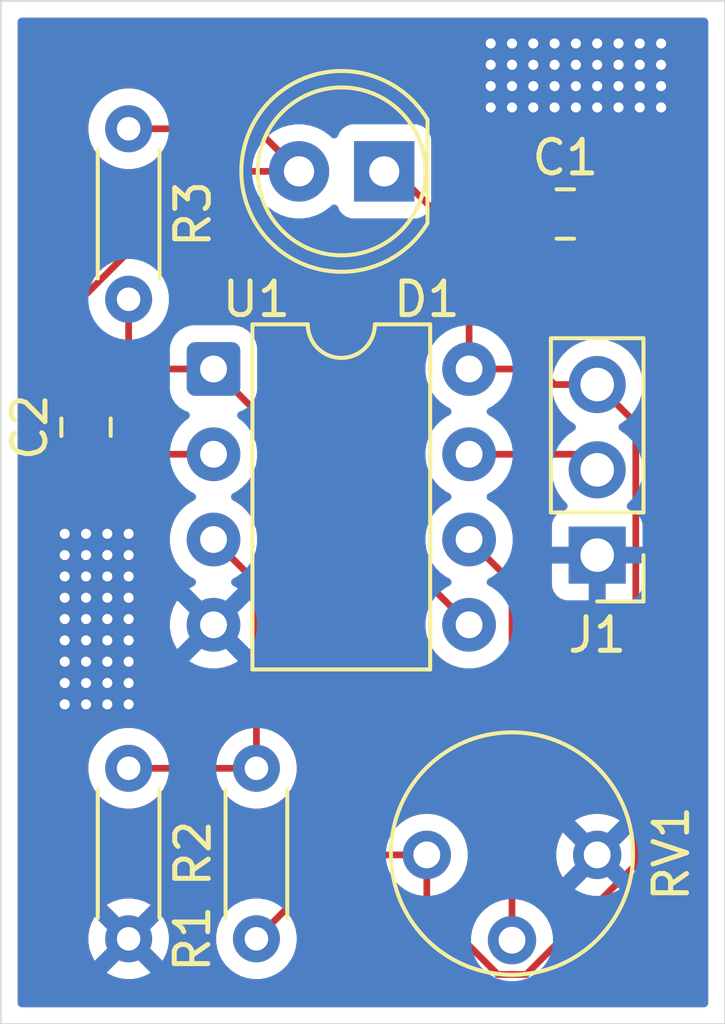
<source format=kicad_pcb>
(kicad_pcb (version 20241229) (generator "pcbnew") (generator_version "9.0")
  (layers (0 "F.Cu" signal) (2 "B.Cu" signal) (13 "F.Paste" user) (15 "B.Paste" user) (5 "F.SilkS" user "F.Silkscreen") (7 "B.SilkS" user "B.Silkscreen") (1 "F.Mask" user) (3 "B.Mask" user) (25 "Edge.Cuts" user))
  (net 0 "")
  (net 1 "+3.3V")
  (net 2 "GND")
  (net 3 "Net-(U1B-+)")
  (net 4 "Net-(D1-A)")
  (net 5 "/Vout")
  (net 6 "Net-(U1A-+)")
  (net 7 "Net-(U1B--)")
  (footprint "Connector_PinHeader_2.54mm:PinHeader_1x03_P2.54mm_Vertical" (layer "F.Cu") (at 146.05 91.44 180)
    (property "Reference" "J1" (at 0 -2.38 0) (layer "F.SilkS"))
    (property "Value" "Conn_01x03")
    (fp_line (start 1.38 1.27) (end 1.38 6.46) (stroke (width 0.12)) (layer "F.SilkS"))
    (fp_line (start -1.38 6.46) (end 1.38 6.46) (stroke (width 0.12)) (layer "F.SilkS"))
    (fp_line (start -1.38 1.27) (end 1.38 1.27) (stroke (width 0.12)) (layer "F.SilkS"))
    (fp_line (start -1.38 1.27) (end -1.38 6.46) (stroke (width 0.12)) (layer "F.SilkS"))
    (fp_line (start -1.38 0) (end -1.38 -1.38) (stroke (width 0.12)) (layer "F.SilkS"))
    (fp_line (start -1.38 -1.38) (end 0 -1.38) (stroke (width 0.12)) (layer "F.SilkS"))
    (pad "1" thru_hole rect (at 0 0 180) (size 1.7 1.7) (drill 1) (layers "*.Cu" "*.Mask") (net 2 "GND"))
    (pad "2" thru_hole circle (at 0 2.54 180) (size 1.7 1.7) (drill 1) (layers "*.Cu" "*.Mask") (net 5 "/Vout"))
    (pad "3" thru_hole circle (at 0 5.08 180) (size 1.7 1.7) (drill 1) (layers "*.Cu" "*.Mask") (net 1 "+3.3V"))
  )
  (footprint "Capacitor_SMD:C_0805_2012Metric" (layer "F.Cu") (at 145.1 81.28)
    (property "Reference" "C1" (at 0 -1.68 0) (layer "F.SilkS"))
    (property "Value" "1uF")
    (fp_line (start -0.261252 -0.735) (end 0.261252 -0.735) (stroke (width 0.12)) (layer "F.SilkS"))
    (fp_line (start -0.261252 0.735) (end 0.261252 0.735) (stroke (width 0.12)) (layer "F.SilkS"))
    (pad "1" smd roundrect (at -0.95 0) (size 1 1.45) (layers "F.Cu" "F.Mask" "F.Paste") (net 1 "+3.3V"))
    (pad "2" smd roundrect (at 0.95 0) (size 1 1.45) (layers "F.Cu" "F.Mask" "F.Paste") (net 2 "GND"))
  )
  (footprint "Resistor_THT:R_Axial_DIN0204_L3.6mm_D1.6mm_P5.08mm_Horizontal" (layer "F.Cu") (at 132.08 78.74 -90)
    (property "Reference" "R3" (at 2.54 -1.92 90) (layer "F.SilkS"))
    (property "Value" "5.1M")
    (fp_line (start 0.62 0.92) (end 4.46 0.92) (stroke (width 0.12)) (layer "F.SilkS"))
    (fp_line (start 0.62 -0.92) (end 4.46 -0.92) (stroke (width 0.12)) (layer "F.SilkS"))
    (pad "1" thru_hole circle (at 0 0 270) (size 1.4 1.4) (drill 0.7) (layers "*.Cu" "*.Mask") (net 4 "Net-(D1-A)"))
    (pad "2" thru_hole circle (at 5.08 0 270) (size 1.4 1.4) (drill 0.7) (layers "*.Cu" "*.Mask") (net 3 "Net-(U1B-+)"))
  )
  (footprint "Package_DIP:DIP-8_W7.62mm" (layer "F.Cu") (at 134.611 85.896)
    (property "Reference" "U1" (at 1.279 -2.076 0) (layer "F.SilkS"))
    (property "Value" "LMC6482")
    (fp_line (start 1.16 -1.33) (end 1.16 8.95) (stroke (width 0.12)) (layer "F.SilkS"))
    (fp_line (start 1.16 8.95) (end 6.46 8.95) (stroke (width 0.12)) (layer "F.SilkS"))
    (fp_line (start 2.81 -1.33) (end 1.16 -1.33) (stroke (width 0.12)) (layer "F.SilkS"))
    (fp_line (start 6.46 -1.33) (end 4.81 -1.33) (stroke (width 0.12)) (layer "F.SilkS"))
    (fp_line (start 6.46 8.95) (end 6.46 -1.33) (stroke (width 0.12)) (layer "F.SilkS"))
    (fp_arc (start 4.81 -1.33) (mid 3.81 -0.33) (end 2.81 -1.33) (stroke (width 0.12)) (layer "F.SilkS"))
    (pad "1" thru_hole roundrect (at 0 0) (size 1.6 1.6) (drill 0.8) (layers "*.Cu" "*.Mask") (roundrect_rratio 0.15625) (net 3 "Net-(U1B-+)"))
    (pad "2" thru_hole circle (at 0 2.54) (size 1.6 1.6) (drill 0.8) (layers "*.Cu" "*.Mask") (net 4 "Net-(D1-A)"))
    (pad "3" thru_hole circle (at 0 5.08) (size 1.6 1.6) (drill 0.8) (layers "*.Cu" "*.Mask") (net 6 "Net-(U1A-+)"))
    (pad "4" thru_hole circle (at 0 7.62) (size 1.6 1.6) (drill 0.8) (layers "*.Cu" "*.Mask") (net 2 "GND"))
    (pad "5" thru_hole circle (at 7.62 7.62) (size 1.6 1.6) (drill 0.8) (layers "*.Cu" "*.Mask") (net 3 "Net-(U1B-+)"))
    (pad "6" thru_hole circle (at 7.62 5.08) (size 1.6 1.6) (drill 0.8) (layers "*.Cu" "*.Mask") (net 7 "Net-(U1B--)"))
    (pad "7" thru_hole circle (at 7.62 2.54) (size 1.6 1.6) (drill 0.8) (layers "*.Cu" "*.Mask") (net 5 "/Vout"))
    (pad "8" thru_hole circle (at 7.62 0) (size 1.6 1.6) (drill 0.8) (layers "*.Cu" "*.Mask") (net 1 "+3.3V"))
  )
  (footprint "LED_THT:LED_D5.0mm" (layer "F.Cu") (at 139.7 80.01 180)
    (property "Reference" "D1" (at -1.27 -3.81 0) (layer "F.SilkS"))
    (property "Value" "LED")
    (fp_line (start -1.29 -1.545) (end -1.29 1.545) (stroke (width 0.12)) (layer "F.SilkS"))
    (fp_arc (start 4.26 0) (mid 2.071779 2.880495) (end -1.29 1.54483) (stroke (width 0.12)) (layer "F.SilkS"))
    (fp_arc (start -1.29 -1.54483) (mid 2.071779 -2.880495) (end 4.26 0) (stroke (width 0.12)) (layer "F.SilkS"))
    (fp_circle (center 1.27 0) (end 3.77 0) (stroke (width 0.12)) (fill no) (layer "F.SilkS"))
    (pad "1" thru_hole rect (at 0 0 180) (size 1.8 1.8) (drill 0.9) (layers "*.Cu" "*.Mask") (net 1 "+3.3V"))
    (pad "2" thru_hole circle (at 2.54 0 180) (size 1.8 1.8) (drill 0.9) (layers "*.Cu" "*.Mask") (net 4 "Net-(D1-A)"))
  )
  (footprint "Capacitor_SMD:C_0805_2012Metric" (layer "F.Cu") (at 130.81 87.63 90)
    (property "Reference" "C2" (at 0 -1.68 90) (layer "F.SilkS"))
    (property "Value" "100nF")
    (fp_line (start -0.261252 -0.735) (end 0.261252 -0.735) (stroke (width 0.12)) (layer "F.SilkS"))
    (fp_line (start -0.261252 0.735) (end 0.261252 0.735) (stroke (width 0.12)) (layer "F.SilkS"))
    (pad "1" smd roundrect (at -0.95 0 90) (size 1 1.45) (layers "F.Cu" "F.Mask" "F.Paste") (net 4 "Net-(D1-A)"))
    (pad "2" smd roundrect (at 0.95 0 90) (size 1 1.45) (layers "F.Cu" "F.Mask" "F.Paste") (net 3 "Net-(U1B-+)"))
  )
  (footprint "Potentiometer_THT:Potentiometer_Vishay_T7-YA_Single_Vertical" (layer "F.Cu") (at 140.97 100.37 -90)
    (property "Reference" "RV1" (at -0.04 -7.29 90) (layer "F.SilkS"))
    (property "Value" "R_Potentiometer")
    (fp_circle (center -0.04 -2.54) (end 3.57 -2.54) (stroke (width 0.12)) (fill no) (layer "F.SilkS"))
    (pad "1" thru_hole circle (at 0 0 270) (size 1.44 1.44) (drill 0.8) (layers "*.Cu" "*.Mask") (net 1 "+3.3V"))
    (pad "2" thru_hole circle (at 2.54 -2.54 270) (size 1.44 1.44) (drill 0.8) (layers "*.Cu" "*.Mask") (net 7 "Net-(U1B--)"))
    (pad "3" thru_hole circle (at 0 -5.08 270) (size 1.44 1.44) (drill 0.8) (layers "*.Cu" "*.Mask") (net 2 "GND"))
  )
  (footprint "Resistor_THT:R_Axial_DIN0204_L3.6mm_D1.6mm_P5.08mm_Horizontal" (layer "F.Cu") (at 132.08 97.79 -90)
    (property "Reference" "R2" (at 2.54 -1.92 90) (layer "F.SilkS"))
    (property "Value" "10K")
    (fp_line (start 0.62 0.92) (end 4.46 0.92) (stroke (width 0.12)) (layer "F.SilkS"))
    (fp_line (start 0.62 -0.92) (end 4.46 -0.92) (stroke (width 0.12)) (layer "F.SilkS"))
    (pad "1" thru_hole circle (at 0 0 270) (size 1.4 1.4) (drill 0.7) (layers "*.Cu" "*.Mask") (net 6 "Net-(U1A-+)"))
    (pad "2" thru_hole circle (at 5.08 0 270) (size 1.4 1.4) (drill 0.7) (layers "*.Cu" "*.Mask") (net 2 "GND"))
  )
  (footprint "Resistor_THT:R_Axial_DIN0204_L3.6mm_D1.6mm_P5.08mm_Horizontal" (layer "F.Cu") (at 135.89 102.87 90)
    (property "Reference" "R1" (at 0 -1.905 90) (layer "F.SilkS"))
    (property "Value" "10K")
    (fp_line (start 0.62 -0.92) (end 4.46 -0.92) (stroke (width 0.12)) (layer "F.SilkS"))
    (fp_line (start 0.62 0.92) (end 4.46 0.92) (stroke (width 0.12)) (layer "F.SilkS"))
    (pad "1" thru_hole circle (at 0 0 90) (size 1.4 1.4) (drill 0.7) (layers "*.Cu" "*.Mask") (net 1 "+3.3V"))
    (pad "2" thru_hole circle (at 5.08 0 90) (size 1.4 1.4) (drill 0.7) (layers "*.Cu" "*.Mask") (net 6 "Net-(U1A-+)"))
  )
  (gr_line (start 149.86 105.41) (end 128.27 105.41) (stroke (width 0.05)) (layer "Edge.Cuts"))
  (gr_line (start 128.27 74.93) (end 149.86 74.93) (stroke (width 0.05)) (layer "Edge.Cuts"))
  (gr_line (start 128.27 105.41) (end 128.27 74.93) (stroke (width 0.05)) (layer "Edge.Cuts"))
  (gr_line (start 149.86 74.93) (end 149.86 105.41) (stroke (width 0.05)) (layer "Edge.Cuts"))
  (segment (start 135.89 102.87) (end 138.39 100.37) (width 0.2) (layer "F.Cu") (net 1))
  (segment (start 140.97 101.813913) (end 143.087087 103.931) (width 0.2) (layer "F.Cu") (net 1))
  (segment (start 138.39 100.37) (end 140.97 100.37) (width 0.2) (layer "F.Cu") (net 1))
  (segment (start 146.05 86.36) (end 144.78 86.36) (width 0.2) (layer "F.Cu") (net 1))
  (segment (start 143.209 82.221) (end 142.231 82.221) (width 0.2) (layer "F.Cu") (net 1))
  (segment (start 144.78 86.36) (end 144.316 85.896) (width 0.2) (layer "F.Cu") (net 1))
  (segment (start 144.15 81.28) (end 143.209 82.221) (width 0.2) (layer "F.Cu") (net 1))
  (segment (start 144.316 85.896) (end 142.231 85.896) (width 0.2) (layer "F.Cu") (net 1))
  (segment (start 143.087087 103.931) (end 143.932913 103.931) (width 0.2) (layer "F.Cu") (net 1))
  (segment (start 139.7 80.01) (end 140.02 80.01) (width 0.2) (layer "F.Cu") (net 1))
  (segment (start 147.201 87.511) (end 146.05 86.36) (width 0.2) (layer "F.Cu") (net 1))
  (segment (start 143.932913 103.931) (end 147.201 100.662913) (width 0.2) (layer "F.Cu") (net 1))
  (segment (start 140.02 80.01) (end 142.231 82.221) (width 0.2) (layer "F.Cu") (net 1))
  (segment (start 140.97 100.37) (end 140.97 101.813913) (width 0.2) (layer "F.Cu") (net 1))
  (segment (start 147.201 100.662913) (end 147.201 87.511) (width 0.2) (layer "F.Cu") (net 1))
  (segment (start 142.231 85.896) (end 142.231 82.221) (width 0.2) (layer "F.Cu") (net 1))
  (via (at 143.51 76.835) (size 0.6) (drill 0.3) (layers "F.Cu" "B.Cu") (net 2))
  (via (at 131.445 91.44) (size 0.6) (drill 0.3) (layers "F.Cu" "B.Cu") (net 2))
  (via (at 143.51 76.2) (size 0.6) (drill 0.3) (layers "F.Cu" "B.Cu") (net 2))
  (via (at 144.78 76.2) (size 0.6) (drill 0.3) (layers "F.Cu" "B.Cu") (net 2))
  (via (at 132.08 93.98) (size 0.6) (drill 0.3) (layers "F.Cu" "B.Cu") (net 2))
  (via (at 145.415 77.47) (size 0.6) (drill 0.3) (layers "F.Cu" "B.Cu") (net 2))
  (via (at 132.08 94.615) (size 0.6) (drill 0.3) (layers "F.Cu" "B.Cu") (net 2))
  (via (at 131.445 93.98) (size 0.6) (drill 0.3) (layers "F.Cu" "B.Cu") (net 2))
  (via (at 144.145 76.2) (size 0.6) (drill 0.3) (layers "F.Cu" "B.Cu") (net 2))
  (via (at 145.415 76.835) (size 0.6) (drill 0.3) (layers "F.Cu" "B.Cu") (net 2))
  (via (at 143.51 78.105) (size 0.6) (drill 0.3) (layers "F.Cu" "B.Cu") (net 2))
  (via (at 146.685 76.2) (size 0.6) (drill 0.3) (layers "F.Cu" "B.Cu") (net 2))
  (via (at 131.445 91.44) (size 0.6) (drill 0.3) (layers "F.Cu" "B.Cu") (net 2))
  (via (at 146.05 78.105) (size 0.6) (drill 0.3) (layers "F.Cu" "B.Cu") (net 2))
  (via (at 130.175 91.44) (size 0.6) (drill 0.3) (layers "F.Cu" "B.Cu") (net 2))
  (via (at 144.145 76.835) (size 0.6) (drill 0.3) (layers "F.Cu" "B.Cu") (net 2))
  (via (at 145.415 78.105) (size 0.6) (drill 0.3) (layers "F.Cu" "B.Cu") (net 2))
  (via (at 132.08 95.25) (size 0.6) (drill 0.3) (layers "F.Cu" "B.Cu") (net 2))
  (via (at 130.175 92.075) (size 0.6) (drill 0.3) (layers "F.Cu" "B.Cu") (net 2))
  (via (at 145.415 76.2) (size 0.6) (drill 0.3) (layers "F.Cu" "B.Cu") (net 2))
  (via (at 147.32 77.47) (size 0.6) (drill 0.3) (layers "F.Cu" "B.Cu") (net 2))
  (via (at 132.08 93.345) (size 0.6) (drill 0.3) (layers "F.Cu" "B.Cu") (net 2))
  (via (at 130.175 90.805) (size 0.6) (drill 0.3) (layers "F.Cu" "B.Cu") (net 2))
  (via (at 131.445 95.885) (size 0.6) (drill 0.3) (layers "F.Cu" "B.Cu") (net 2))
  (via (at 144.78 76.835) (size 0.6) (drill 0.3) (layers "F.Cu" "B.Cu") (net 2))
  (via (at 130.81 90.805) (size 0.6) (drill 0.3) (layers "F.Cu" "B.Cu") (net 2))
  (via (at 132.08 92.075) (size 0.6) (drill 0.3) (layers "F.Cu" "B.Cu") (net 2))
  (via (at 130.81 95.25) (size 0.6) (drill 0.3) (layers "F.Cu" "B.Cu") (net 2))
  (via (at 130.175 93.345) (size 0.6) (drill 0.3) (layers "F.Cu" "B.Cu") (net 2))
  (via (at 132.08 95.885) (size 0.6) (drill 0.3) (layers "F.Cu" "B.Cu") (net 2))
  (via (at 131.445 94.615) (size 0.6) (drill 0.3) (layers "F.Cu" "B.Cu") (net 2))
  (via (at 130.175 95.885) (size 0.6) (drill 0.3) (layers "F.Cu" "B.Cu") (net 2))
  (via (at 130.175 94.615) (size 0.6) (drill 0.3) (layers "F.Cu" "B.Cu") (net 2))
  (via (at 130.175 93.98) (size 0.6) (drill 0.3) (layers "F.Cu" "B.Cu") (net 2))
  (via (at 130.175 95.885) (size 0.6) (drill 0.3) (layers "F.Cu" "B.Cu") (net 2))
  (via (at 146.05 76.2) (size 0.6) (drill 0.3) (layers "F.Cu" "B.Cu") (net 2))
  (via (at 143.51 77.47) (size 0.6) (drill 0.3) (layers "F.Cu" "B.Cu") (net 2))
  (via (at 144.78 78.105) (size 0.6) (drill 0.3) (layers "F.Cu" "B.Cu") (net 2))
  (via (at 132.08 90.805) (size 0.6) (drill 0.3) (layers "F.Cu" "B.Cu") (net 2))
  (via (at 132.08 91.44) (size 0.6) (drill 0.3) (layers "F.Cu" "B.Cu") (net 2))
  (via (at 130.175 92.71) (size 0.6) (drill 0.3) (layers "F.Cu" "B.Cu") (net 2))
  (via (at 130.81 94.615) (size 0.6) (drill 0.3) (layers "F.Cu" "B.Cu") (net 2))
  (via (at 130.81 95.885) (size 0.6) (drill 0.3) (layers "F.Cu" "B.Cu") (net 2))
  (via (at 131.445 95.25) (size 0.6) (drill 0.3) (layers "F.Cu" "B.Cu") (net 2))
  (via (at 144.145 77.47) (size 0.6) (drill 0.3) (layers "F.Cu" "B.Cu") (net 2))
  (via (at 146.685 76.835) (size 0.6) (drill 0.3) (layers "F.Cu" "B.Cu") (net 2))
  (via (at 146.05 76.835) (size 0.6) (drill 0.3) (layers "F.Cu" "B.Cu") (net 2))
  (via (at 131.445 92.075) (size 0.6) (drill 0.3) (layers "F.Cu" "B.Cu") (net 2))
  (via (at 144.78 77.47) (size 0.6) (drill 0.3) (layers "F.Cu" "B.Cu") (net 2))
  (via (at 130.81 91.44) (size 0.6) (drill 0.3) (layers "F.Cu" "B.Cu") (net 2))
  (via (at 131.445 93.345) (size 0.6) (drill 0.3) (layers "F.Cu" "B.Cu") (net 2))
  (via (at 143.51 76.835) (size 0.6) (drill 0.3) (layers "F.Cu" "B.Cu") (net 2))
  (via (at 146.685 78.105) (size 0.6) (drill 0.3) (layers "F.Cu" "B.Cu") (net 2))
  (via (at 147.955 76.2) (size 0.6) (drill 0.3) (layers "F.Cu" "B.Cu") (net 2))
  (via (at 147.32 76.835) (size 0.6) (drill 0.3) (layers "F.Cu" "B.Cu") (net 2))
  (via (at 130.81 92.075) (size 0.6) (drill 0.3) (layers "F.Cu" "B.Cu") (net 2))
  (via (at 147.32 76.2) (size 0.6) (drill 0.3) (layers "F.Cu" "B.Cu") (net 2))
  (via (at 131.445 94.615) (size 0.6) (drill 0.3) (layers "F.Cu" "B.Cu") (net 2))
  (via (at 147.32 78.105) (size 0.6) (drill 0.3) (layers "F.Cu" "B.Cu") (net 2))
  (via (at 144.145 78.105) (size 0.6) (drill 0.3) (layers "F.Cu" "B.Cu") (net 2))
  (via (at 147.955 77.47) (size 0.6) (drill 0.3) (layers "F.Cu" "B.Cu") (net 2))
  (via (at 147.955 76.835) (size 0.6) (drill 0.3) (layers "F.Cu" "B.Cu") (net 2))
  (via (at 146.05 77.47) (size 0.6) (drill 0.3) (layers "F.Cu" "B.Cu") (net 2))
  (via (at 130.81 93.345) (size 0.6) (drill 0.3) (layers "F.Cu" "B.Cu") (net 2))
  (via (at 132.08 92.71) (size 0.6) (drill 0.3) (layers "F.Cu" "B.Cu") (net 2))
  (via (at 142.875 76.2) (size 0.6) (drill 0.3) (layers "F.Cu" "B.Cu") (net 2))
  (via (at 142.875 78.105) (size 0.6) (drill 0.3) (layers "F.Cu" "B.Cu") (net 2))
  (via (at 147.955 78.105) (size 0.6) (drill 0.3) (layers "F.Cu" "B.Cu") (net 2))
  (via (at 145.415 76.835) (size 0.6) (drill 0.3) (layers "F.Cu" "B.Cu") (net 2))
  (via (at 146.685 76.835) (size 0.6) (drill 0.3) (layers "F.Cu" "B.Cu") (net 2))
  (via (at 147.955 78.105) (size 0.6) (drill 0.3) (layers "F.Cu" "B.Cu") (net 2))
  (via (at 131.445 93.345) (size 0.6) (drill 0.3) (layers "F.Cu" "B.Cu") (net 2))
  (via (at 130.175 95.25) (size 0.6) (drill 0.3) (layers "F.Cu" "B.Cu") (net 2))
  (via (at 131.445 90.805) (size 0.6) (drill 0.3) (layers "F.Cu" "B.Cu") (net 2))
  (via (at 130.81 92.71) (size 0.6) (drill 0.3) (layers "F.Cu" "B.Cu") (net 2))
  (via (at 142.875 76.835) (size 0.6) (drill 0.3) (layers "F.Cu" "B.Cu") (net 2))
  (via (at 131.445 92.71) (size 0.6) (drill 0.3) (layers "F.Cu" "B.Cu") (net 2))
  (via (at 130.81 93.98) (size 0.6) (drill 0.3) (layers "F.Cu" "B.Cu") (net 2))
  (via (at 146.685 77.47) (size 0.6) (drill 0.3) (layers "F.Cu" "B.Cu") (net 2))
  (via (at 142.875 77.47) (size 0.6) (drill 0.3) (layers "F.Cu" "B.Cu") (net 2))
  (segment (start 142.231 93.516) (end 134.611 85.896) (width 0.2) (layer "F.Cu") (net 3))
  (segment (start 132.566 85.896) (end 132.08 85.41) (width 0.2) (layer "F.Cu") (net 3))
  (segment (start 132.08 85.41) (end 132.08 83.82) (width 0.2) (layer "F.Cu") (net 3))
  (segment (start 134.611 85.896) (end 132.566 85.896) (width 0.2) (layer "F.Cu") (net 3))
  (segment (start 130.81 86.68) (end 132.08 85.41) (width 0.2) (layer "F.Cu") (net 3))
  (segment (start 134.474372 80.01) (end 129.784 84.700372) (width 0.2) (layer "F.Cu") (net 4))
  (segment (start 135.89 78.74) (end 137.16 80.01) (width 0.2) (layer "F.Cu") (net 4))
  (segment (start 134.611 88.436) (end 130.954 88.436) (width 0.2) (layer "F.Cu") (net 4))
  (segment (start 129.784 84.700372) (end 129.784 87.554) (width 0.2) (layer "F.Cu") (net 4))
  (segment (start 137.16 80.01) (end 134.474372 80.01) (width 0.2) (layer "F.Cu") (net 4))
  (segment (start 132.08 78.74) (end 135.89 78.74) (width 0.2) (layer "F.Cu") (net 4))
  (segment (start 130.954 88.436) (end 130.81 88.58) (width 0.2) (layer "F.Cu") (net 4))
  (segment (start 129.784 87.554) (end 130.81 88.58) (width 0.2) (layer "F.Cu") (net 4))
  (segment (start 142.231 88.436) (end 145.586 88.436) (width 0.2) (layer "F.Cu") (net 5))
  (segment (start 145.586 88.436) (end 146.05 88.9) (width 0.2) (layer "F.Cu") (net 5))
  (segment (start 132.08 97.79) (end 135.89 97.79) (width 0.2) (layer "F.Cu") (net 6))
  (segment (start 134.611 90.976) (end 135.89 92.255) (width 0.2) (layer "F.Cu") (net 6))
  (segment (start 135.89 92.255) (end 135.89 97.79) (width 0.2) (layer "F.Cu") (net 6))
  (segment (start 143.51 102.91) (end 143.51 92.255) (width 0.2) (layer "F.Cu") (net 7))
  (segment (start 143.51 92.255) (end 142.231 90.976) (width 0.2) (layer "F.Cu") (net 7))
  (zone (net 2) (net_name "GND") (layer "F.Cu") (priority 1) (connect_pads (clearance 0.5)) (min_thickness 0.25) (fill yes (thermal_gap 0.5) (thermal_bridge_width 0.5))
    (polygon (pts (xy 128.27 74.93) (xy 149.86 74.93) (xy 149.86 105.41) (xy 128.27 105.41)))
  )
  (zone (net 2) (net_name "GND") (layer "B.Cu") (connect_pads (clearance 0.5)) (min_thickness 0.25) (fill yes (thermal_gap 0.5) (thermal_bridge_width 0.5))
    (polygon (pts (xy 128.27 74.93) (xy 149.86 74.93) (xy 149.86 105.41) (xy 128.27 105.41)))
  )
)
</source>
